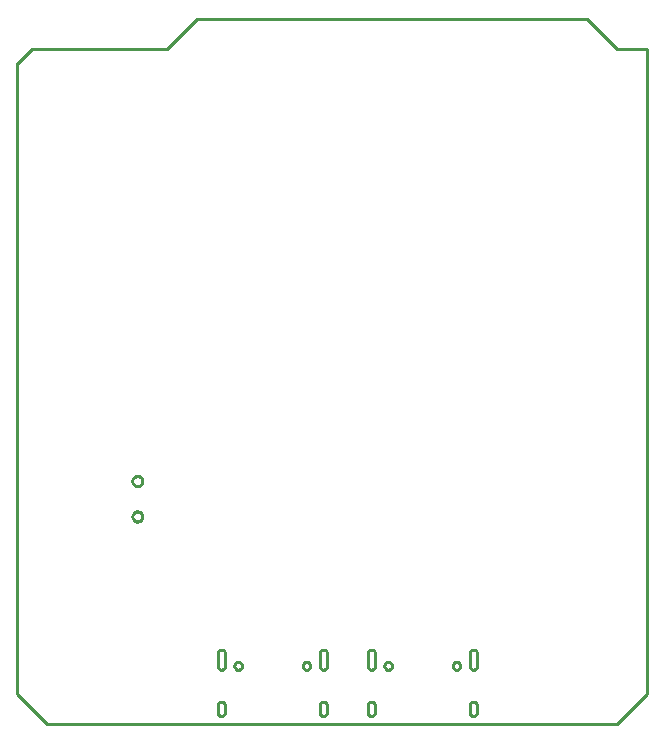
<source format=gko>
G04 EAGLE Gerber RS-274X export*
G75*
%MOMM*%
%FSLAX34Y34*%
%LPD*%
%IN*%
%IPPOS*%
%AMOC8*
5,1,8,0,0,1.08239X$1,22.5*%
G01*
%ADD10C,0.203200*%
%ADD11C,0.000000*%
%ADD12C,0.010000*%
%ADD13C,0.254000*%


D10*
X0Y558800D02*
X0Y25400D01*
X25400Y0D02*
X508000Y0D01*
X533400Y25400D02*
X533400Y571500D01*
X482600Y596900D02*
X152400Y596900D01*
X12700Y571500D02*
X0Y558800D01*
X12700Y571500D02*
X127000Y571500D01*
X152400Y596900D01*
X482600Y596900D02*
X508000Y571500D01*
X533400Y571500D01*
X533400Y25400D02*
X508000Y0D01*
X25400Y0D02*
X0Y25400D01*
D11*
X310750Y49050D02*
X310752Y49163D01*
X310758Y49277D01*
X310768Y49390D01*
X310782Y49502D01*
X310799Y49614D01*
X310821Y49726D01*
X310847Y49836D01*
X310876Y49946D01*
X310909Y50054D01*
X310946Y50162D01*
X310987Y50267D01*
X311031Y50372D01*
X311079Y50475D01*
X311130Y50576D01*
X311185Y50675D01*
X311244Y50772D01*
X311306Y50867D01*
X311371Y50960D01*
X311439Y51051D01*
X311510Y51139D01*
X311585Y51225D01*
X311662Y51308D01*
X311742Y51388D01*
X311825Y51465D01*
X311911Y51540D01*
X311999Y51611D01*
X312090Y51679D01*
X312183Y51744D01*
X312278Y51806D01*
X312375Y51865D01*
X312474Y51920D01*
X312575Y51971D01*
X312678Y52019D01*
X312783Y52063D01*
X312888Y52104D01*
X312996Y52141D01*
X313104Y52174D01*
X313214Y52203D01*
X313324Y52229D01*
X313436Y52251D01*
X313548Y52268D01*
X313660Y52282D01*
X313773Y52292D01*
X313887Y52298D01*
X314000Y52300D01*
X314113Y52298D01*
X314227Y52292D01*
X314340Y52282D01*
X314452Y52268D01*
X314564Y52251D01*
X314676Y52229D01*
X314786Y52203D01*
X314896Y52174D01*
X315004Y52141D01*
X315112Y52104D01*
X315217Y52063D01*
X315322Y52019D01*
X315425Y51971D01*
X315526Y51920D01*
X315625Y51865D01*
X315722Y51806D01*
X315817Y51744D01*
X315910Y51679D01*
X316001Y51611D01*
X316089Y51540D01*
X316175Y51465D01*
X316258Y51388D01*
X316338Y51308D01*
X316415Y51225D01*
X316490Y51139D01*
X316561Y51051D01*
X316629Y50960D01*
X316694Y50867D01*
X316756Y50772D01*
X316815Y50675D01*
X316870Y50576D01*
X316921Y50475D01*
X316969Y50372D01*
X317013Y50267D01*
X317054Y50162D01*
X317091Y50054D01*
X317124Y49946D01*
X317153Y49836D01*
X317179Y49726D01*
X317201Y49614D01*
X317218Y49502D01*
X317232Y49390D01*
X317242Y49277D01*
X317248Y49163D01*
X317250Y49050D01*
X317248Y48937D01*
X317242Y48823D01*
X317232Y48710D01*
X317218Y48598D01*
X317201Y48486D01*
X317179Y48374D01*
X317153Y48264D01*
X317124Y48154D01*
X317091Y48046D01*
X317054Y47938D01*
X317013Y47833D01*
X316969Y47728D01*
X316921Y47625D01*
X316870Y47524D01*
X316815Y47425D01*
X316756Y47328D01*
X316694Y47233D01*
X316629Y47140D01*
X316561Y47049D01*
X316490Y46961D01*
X316415Y46875D01*
X316338Y46792D01*
X316258Y46712D01*
X316175Y46635D01*
X316089Y46560D01*
X316001Y46489D01*
X315910Y46421D01*
X315817Y46356D01*
X315722Y46294D01*
X315625Y46235D01*
X315526Y46180D01*
X315425Y46129D01*
X315322Y46081D01*
X315217Y46037D01*
X315112Y45996D01*
X315004Y45959D01*
X314896Y45926D01*
X314786Y45897D01*
X314676Y45871D01*
X314564Y45849D01*
X314452Y45832D01*
X314340Y45818D01*
X314227Y45808D01*
X314113Y45802D01*
X314000Y45800D01*
X313887Y45802D01*
X313773Y45808D01*
X313660Y45818D01*
X313548Y45832D01*
X313436Y45849D01*
X313324Y45871D01*
X313214Y45897D01*
X313104Y45926D01*
X312996Y45959D01*
X312888Y45996D01*
X312783Y46037D01*
X312678Y46081D01*
X312575Y46129D01*
X312474Y46180D01*
X312375Y46235D01*
X312278Y46294D01*
X312183Y46356D01*
X312090Y46421D01*
X311999Y46489D01*
X311911Y46560D01*
X311825Y46635D01*
X311742Y46712D01*
X311662Y46792D01*
X311585Y46875D01*
X311510Y46961D01*
X311439Y47049D01*
X311371Y47140D01*
X311306Y47233D01*
X311244Y47328D01*
X311185Y47425D01*
X311130Y47524D01*
X311079Y47625D01*
X311031Y47728D01*
X310987Y47833D01*
X310946Y47938D01*
X310909Y48046D01*
X310876Y48154D01*
X310847Y48264D01*
X310821Y48374D01*
X310799Y48486D01*
X310782Y48598D01*
X310768Y48710D01*
X310758Y48823D01*
X310752Y48937D01*
X310750Y49050D01*
X368550Y49050D02*
X368552Y49163D01*
X368558Y49277D01*
X368568Y49390D01*
X368582Y49502D01*
X368599Y49614D01*
X368621Y49726D01*
X368647Y49836D01*
X368676Y49946D01*
X368709Y50054D01*
X368746Y50162D01*
X368787Y50267D01*
X368831Y50372D01*
X368879Y50475D01*
X368930Y50576D01*
X368985Y50675D01*
X369044Y50772D01*
X369106Y50867D01*
X369171Y50960D01*
X369239Y51051D01*
X369310Y51139D01*
X369385Y51225D01*
X369462Y51308D01*
X369542Y51388D01*
X369625Y51465D01*
X369711Y51540D01*
X369799Y51611D01*
X369890Y51679D01*
X369983Y51744D01*
X370078Y51806D01*
X370175Y51865D01*
X370274Y51920D01*
X370375Y51971D01*
X370478Y52019D01*
X370583Y52063D01*
X370688Y52104D01*
X370796Y52141D01*
X370904Y52174D01*
X371014Y52203D01*
X371124Y52229D01*
X371236Y52251D01*
X371348Y52268D01*
X371460Y52282D01*
X371573Y52292D01*
X371687Y52298D01*
X371800Y52300D01*
X371913Y52298D01*
X372027Y52292D01*
X372140Y52282D01*
X372252Y52268D01*
X372364Y52251D01*
X372476Y52229D01*
X372586Y52203D01*
X372696Y52174D01*
X372804Y52141D01*
X372912Y52104D01*
X373017Y52063D01*
X373122Y52019D01*
X373225Y51971D01*
X373326Y51920D01*
X373425Y51865D01*
X373522Y51806D01*
X373617Y51744D01*
X373710Y51679D01*
X373801Y51611D01*
X373889Y51540D01*
X373975Y51465D01*
X374058Y51388D01*
X374138Y51308D01*
X374215Y51225D01*
X374290Y51139D01*
X374361Y51051D01*
X374429Y50960D01*
X374494Y50867D01*
X374556Y50772D01*
X374615Y50675D01*
X374670Y50576D01*
X374721Y50475D01*
X374769Y50372D01*
X374813Y50267D01*
X374854Y50162D01*
X374891Y50054D01*
X374924Y49946D01*
X374953Y49836D01*
X374979Y49726D01*
X375001Y49614D01*
X375018Y49502D01*
X375032Y49390D01*
X375042Y49277D01*
X375048Y49163D01*
X375050Y49050D01*
X375048Y48937D01*
X375042Y48823D01*
X375032Y48710D01*
X375018Y48598D01*
X375001Y48486D01*
X374979Y48374D01*
X374953Y48264D01*
X374924Y48154D01*
X374891Y48046D01*
X374854Y47938D01*
X374813Y47833D01*
X374769Y47728D01*
X374721Y47625D01*
X374670Y47524D01*
X374615Y47425D01*
X374556Y47328D01*
X374494Y47233D01*
X374429Y47140D01*
X374361Y47049D01*
X374290Y46961D01*
X374215Y46875D01*
X374138Y46792D01*
X374058Y46712D01*
X373975Y46635D01*
X373889Y46560D01*
X373801Y46489D01*
X373710Y46421D01*
X373617Y46356D01*
X373522Y46294D01*
X373425Y46235D01*
X373326Y46180D01*
X373225Y46129D01*
X373122Y46081D01*
X373017Y46037D01*
X372912Y45996D01*
X372804Y45959D01*
X372696Y45926D01*
X372586Y45897D01*
X372476Y45871D01*
X372364Y45849D01*
X372252Y45832D01*
X372140Y45818D01*
X372027Y45808D01*
X371913Y45802D01*
X371800Y45800D01*
X371687Y45802D01*
X371573Y45808D01*
X371460Y45818D01*
X371348Y45832D01*
X371236Y45849D01*
X371124Y45871D01*
X371014Y45897D01*
X370904Y45926D01*
X370796Y45959D01*
X370688Y45996D01*
X370583Y46037D01*
X370478Y46081D01*
X370375Y46129D01*
X370274Y46180D01*
X370175Y46235D01*
X370078Y46294D01*
X369983Y46356D01*
X369890Y46421D01*
X369799Y46489D01*
X369711Y46560D01*
X369625Y46635D01*
X369542Y46712D01*
X369462Y46792D01*
X369385Y46875D01*
X369310Y46961D01*
X369239Y47049D01*
X369171Y47140D01*
X369106Y47233D01*
X369044Y47328D01*
X368985Y47425D01*
X368930Y47524D01*
X368879Y47625D01*
X368831Y47728D01*
X368787Y47833D01*
X368746Y47938D01*
X368709Y48046D01*
X368676Y48154D01*
X368647Y48264D01*
X368621Y48374D01*
X368599Y48486D01*
X368582Y48598D01*
X368568Y48710D01*
X368558Y48823D01*
X368552Y48937D01*
X368550Y49050D01*
D12*
X296700Y15700D02*
X296700Y9500D01*
X302700Y9500D02*
X302700Y15700D01*
X302698Y15808D01*
X302692Y15916D01*
X302682Y16024D01*
X302669Y16132D01*
X302651Y16239D01*
X302630Y16345D01*
X302605Y16450D01*
X302576Y16555D01*
X302543Y16658D01*
X302507Y16760D01*
X302466Y16861D01*
X302423Y16960D01*
X302375Y17057D01*
X302325Y17153D01*
X302271Y17247D01*
X302213Y17338D01*
X302152Y17428D01*
X302088Y17516D01*
X302021Y17601D01*
X301951Y17683D01*
X301878Y17763D01*
X301802Y17840D01*
X301723Y17915D01*
X301642Y17986D01*
X301558Y18055D01*
X301472Y18121D01*
X301384Y18183D01*
X301293Y18242D01*
X301200Y18298D01*
X301105Y18351D01*
X301009Y18400D01*
X300910Y18445D01*
X300810Y18487D01*
X300709Y18525D01*
X300606Y18560D01*
X300503Y18591D01*
X300398Y18618D01*
X300292Y18641D01*
X300185Y18660D01*
X300078Y18676D01*
X299970Y18688D01*
X299862Y18696D01*
X299754Y18700D01*
X299646Y18700D01*
X299538Y18696D01*
X299430Y18688D01*
X299322Y18676D01*
X299215Y18660D01*
X299108Y18641D01*
X299002Y18618D01*
X298897Y18591D01*
X298794Y18560D01*
X298691Y18525D01*
X298590Y18487D01*
X298490Y18445D01*
X298391Y18400D01*
X298295Y18351D01*
X298200Y18298D01*
X298107Y18242D01*
X298016Y18183D01*
X297928Y18121D01*
X297842Y18055D01*
X297758Y17986D01*
X297677Y17915D01*
X297598Y17840D01*
X297522Y17763D01*
X297449Y17683D01*
X297379Y17601D01*
X297312Y17516D01*
X297248Y17428D01*
X297187Y17338D01*
X297129Y17247D01*
X297075Y17153D01*
X297025Y17057D01*
X296977Y16960D01*
X296934Y16861D01*
X296893Y16760D01*
X296857Y16658D01*
X296824Y16555D01*
X296795Y16450D01*
X296770Y16345D01*
X296749Y16239D01*
X296731Y16132D01*
X296718Y16024D01*
X296708Y15916D01*
X296702Y15808D01*
X296700Y15700D01*
X296700Y9500D02*
X296702Y9392D01*
X296708Y9284D01*
X296718Y9176D01*
X296731Y9068D01*
X296749Y8961D01*
X296770Y8855D01*
X296795Y8750D01*
X296824Y8645D01*
X296857Y8542D01*
X296893Y8440D01*
X296934Y8339D01*
X296977Y8240D01*
X297025Y8143D01*
X297075Y8047D01*
X297129Y7953D01*
X297187Y7862D01*
X297248Y7772D01*
X297312Y7684D01*
X297379Y7599D01*
X297449Y7517D01*
X297522Y7437D01*
X297598Y7360D01*
X297677Y7285D01*
X297758Y7214D01*
X297842Y7145D01*
X297928Y7079D01*
X298016Y7017D01*
X298107Y6958D01*
X298200Y6902D01*
X298295Y6849D01*
X298391Y6800D01*
X298490Y6755D01*
X298590Y6713D01*
X298691Y6675D01*
X298794Y6640D01*
X298897Y6609D01*
X299002Y6582D01*
X299108Y6559D01*
X299215Y6540D01*
X299322Y6524D01*
X299430Y6512D01*
X299538Y6504D01*
X299646Y6500D01*
X299754Y6500D01*
X299862Y6504D01*
X299970Y6512D01*
X300078Y6524D01*
X300185Y6540D01*
X300292Y6559D01*
X300398Y6582D01*
X300503Y6609D01*
X300606Y6640D01*
X300709Y6675D01*
X300810Y6713D01*
X300910Y6755D01*
X301009Y6800D01*
X301105Y6849D01*
X301200Y6902D01*
X301293Y6958D01*
X301384Y7017D01*
X301472Y7079D01*
X301558Y7145D01*
X301642Y7214D01*
X301723Y7285D01*
X301802Y7360D01*
X301878Y7437D01*
X301951Y7517D01*
X302021Y7599D01*
X302088Y7684D01*
X302152Y7772D01*
X302213Y7862D01*
X302271Y7953D01*
X302325Y8047D01*
X302375Y8143D01*
X302423Y8240D01*
X302466Y8339D01*
X302507Y8440D01*
X302543Y8542D01*
X302576Y8645D01*
X302605Y8750D01*
X302630Y8855D01*
X302651Y8961D01*
X302669Y9068D01*
X302682Y9176D01*
X302692Y9284D01*
X302698Y9392D01*
X302700Y9500D01*
X296700Y48850D02*
X296700Y59850D01*
X302700Y59850D02*
X302700Y48850D01*
X302698Y48742D01*
X302692Y48634D01*
X302682Y48526D01*
X302669Y48418D01*
X302651Y48311D01*
X302630Y48205D01*
X302605Y48100D01*
X302576Y47995D01*
X302543Y47892D01*
X302507Y47790D01*
X302466Y47689D01*
X302423Y47590D01*
X302375Y47493D01*
X302325Y47397D01*
X302271Y47303D01*
X302213Y47212D01*
X302152Y47122D01*
X302088Y47034D01*
X302021Y46949D01*
X301951Y46867D01*
X301878Y46787D01*
X301802Y46710D01*
X301723Y46635D01*
X301642Y46564D01*
X301558Y46495D01*
X301472Y46429D01*
X301384Y46367D01*
X301293Y46308D01*
X301200Y46252D01*
X301105Y46199D01*
X301009Y46150D01*
X300910Y46105D01*
X300810Y46063D01*
X300709Y46025D01*
X300606Y45990D01*
X300503Y45959D01*
X300398Y45932D01*
X300292Y45909D01*
X300185Y45890D01*
X300078Y45874D01*
X299970Y45862D01*
X299862Y45854D01*
X299754Y45850D01*
X299646Y45850D01*
X299538Y45854D01*
X299430Y45862D01*
X299322Y45874D01*
X299215Y45890D01*
X299108Y45909D01*
X299002Y45932D01*
X298897Y45959D01*
X298794Y45990D01*
X298691Y46025D01*
X298590Y46063D01*
X298490Y46105D01*
X298391Y46150D01*
X298295Y46199D01*
X298200Y46252D01*
X298107Y46308D01*
X298016Y46367D01*
X297928Y46429D01*
X297842Y46495D01*
X297758Y46564D01*
X297677Y46635D01*
X297598Y46710D01*
X297522Y46787D01*
X297449Y46867D01*
X297379Y46949D01*
X297312Y47034D01*
X297248Y47122D01*
X297187Y47212D01*
X297129Y47303D01*
X297075Y47397D01*
X297025Y47493D01*
X296977Y47590D01*
X296934Y47689D01*
X296893Y47790D01*
X296857Y47892D01*
X296824Y47995D01*
X296795Y48100D01*
X296770Y48205D01*
X296749Y48311D01*
X296731Y48418D01*
X296718Y48526D01*
X296708Y48634D01*
X296702Y48742D01*
X296700Y48850D01*
X296700Y59850D02*
X296702Y59958D01*
X296708Y60066D01*
X296718Y60174D01*
X296731Y60282D01*
X296749Y60389D01*
X296770Y60495D01*
X296795Y60600D01*
X296824Y60705D01*
X296857Y60808D01*
X296893Y60910D01*
X296934Y61011D01*
X296977Y61110D01*
X297025Y61207D01*
X297075Y61303D01*
X297129Y61397D01*
X297187Y61488D01*
X297248Y61578D01*
X297312Y61666D01*
X297379Y61751D01*
X297449Y61833D01*
X297522Y61913D01*
X297598Y61990D01*
X297677Y62065D01*
X297758Y62136D01*
X297842Y62205D01*
X297928Y62271D01*
X298016Y62333D01*
X298107Y62392D01*
X298200Y62448D01*
X298295Y62501D01*
X298391Y62550D01*
X298490Y62595D01*
X298590Y62637D01*
X298691Y62675D01*
X298794Y62710D01*
X298897Y62741D01*
X299002Y62768D01*
X299108Y62791D01*
X299215Y62810D01*
X299322Y62826D01*
X299430Y62838D01*
X299538Y62846D01*
X299646Y62850D01*
X299754Y62850D01*
X299862Y62846D01*
X299970Y62838D01*
X300078Y62826D01*
X300185Y62810D01*
X300292Y62791D01*
X300398Y62768D01*
X300503Y62741D01*
X300606Y62710D01*
X300709Y62675D01*
X300810Y62637D01*
X300910Y62595D01*
X301009Y62550D01*
X301105Y62501D01*
X301200Y62448D01*
X301293Y62392D01*
X301384Y62333D01*
X301472Y62271D01*
X301558Y62205D01*
X301642Y62136D01*
X301723Y62065D01*
X301802Y61990D01*
X301878Y61913D01*
X301951Y61833D01*
X302021Y61751D01*
X302088Y61666D01*
X302152Y61578D01*
X302213Y61488D01*
X302271Y61397D01*
X302325Y61303D01*
X302375Y61207D01*
X302423Y61110D01*
X302466Y61011D01*
X302507Y60910D01*
X302543Y60808D01*
X302576Y60705D01*
X302605Y60600D01*
X302630Y60495D01*
X302651Y60389D01*
X302669Y60282D01*
X302682Y60174D01*
X302692Y60066D01*
X302698Y59958D01*
X302700Y59850D01*
X383100Y15700D02*
X383100Y9500D01*
X389100Y9500D02*
X389100Y15700D01*
X389098Y15808D01*
X389092Y15916D01*
X389082Y16024D01*
X389069Y16132D01*
X389051Y16239D01*
X389030Y16345D01*
X389005Y16450D01*
X388976Y16555D01*
X388943Y16658D01*
X388907Y16760D01*
X388866Y16861D01*
X388823Y16960D01*
X388775Y17057D01*
X388725Y17153D01*
X388671Y17247D01*
X388613Y17338D01*
X388552Y17428D01*
X388488Y17516D01*
X388421Y17601D01*
X388351Y17683D01*
X388278Y17763D01*
X388202Y17840D01*
X388123Y17915D01*
X388042Y17986D01*
X387958Y18055D01*
X387872Y18121D01*
X387784Y18183D01*
X387693Y18242D01*
X387600Y18298D01*
X387505Y18351D01*
X387409Y18400D01*
X387310Y18445D01*
X387210Y18487D01*
X387109Y18525D01*
X387006Y18560D01*
X386903Y18591D01*
X386798Y18618D01*
X386692Y18641D01*
X386585Y18660D01*
X386478Y18676D01*
X386370Y18688D01*
X386262Y18696D01*
X386154Y18700D01*
X386046Y18700D01*
X385938Y18696D01*
X385830Y18688D01*
X385722Y18676D01*
X385615Y18660D01*
X385508Y18641D01*
X385402Y18618D01*
X385297Y18591D01*
X385194Y18560D01*
X385091Y18525D01*
X384990Y18487D01*
X384890Y18445D01*
X384791Y18400D01*
X384695Y18351D01*
X384600Y18298D01*
X384507Y18242D01*
X384416Y18183D01*
X384328Y18121D01*
X384242Y18055D01*
X384158Y17986D01*
X384077Y17915D01*
X383998Y17840D01*
X383922Y17763D01*
X383849Y17683D01*
X383779Y17601D01*
X383712Y17516D01*
X383648Y17428D01*
X383587Y17338D01*
X383529Y17247D01*
X383475Y17153D01*
X383425Y17057D01*
X383377Y16960D01*
X383334Y16861D01*
X383293Y16760D01*
X383257Y16658D01*
X383224Y16555D01*
X383195Y16450D01*
X383170Y16345D01*
X383149Y16239D01*
X383131Y16132D01*
X383118Y16024D01*
X383108Y15916D01*
X383102Y15808D01*
X383100Y15700D01*
X383100Y9500D02*
X383102Y9392D01*
X383108Y9284D01*
X383118Y9176D01*
X383131Y9068D01*
X383149Y8961D01*
X383170Y8855D01*
X383195Y8750D01*
X383224Y8645D01*
X383257Y8542D01*
X383293Y8440D01*
X383334Y8339D01*
X383377Y8240D01*
X383425Y8143D01*
X383475Y8047D01*
X383529Y7953D01*
X383587Y7862D01*
X383648Y7772D01*
X383712Y7684D01*
X383779Y7599D01*
X383849Y7517D01*
X383922Y7437D01*
X383998Y7360D01*
X384077Y7285D01*
X384158Y7214D01*
X384242Y7145D01*
X384328Y7079D01*
X384416Y7017D01*
X384507Y6958D01*
X384600Y6902D01*
X384695Y6849D01*
X384791Y6800D01*
X384890Y6755D01*
X384990Y6713D01*
X385091Y6675D01*
X385194Y6640D01*
X385297Y6609D01*
X385402Y6582D01*
X385508Y6559D01*
X385615Y6540D01*
X385722Y6524D01*
X385830Y6512D01*
X385938Y6504D01*
X386046Y6500D01*
X386154Y6500D01*
X386262Y6504D01*
X386370Y6512D01*
X386478Y6524D01*
X386585Y6540D01*
X386692Y6559D01*
X386798Y6582D01*
X386903Y6609D01*
X387006Y6640D01*
X387109Y6675D01*
X387210Y6713D01*
X387310Y6755D01*
X387409Y6800D01*
X387505Y6849D01*
X387600Y6902D01*
X387693Y6958D01*
X387784Y7017D01*
X387872Y7079D01*
X387958Y7145D01*
X388042Y7214D01*
X388123Y7285D01*
X388202Y7360D01*
X388278Y7437D01*
X388351Y7517D01*
X388421Y7599D01*
X388488Y7684D01*
X388552Y7772D01*
X388613Y7862D01*
X388671Y7953D01*
X388725Y8047D01*
X388775Y8143D01*
X388823Y8240D01*
X388866Y8339D01*
X388907Y8440D01*
X388943Y8542D01*
X388976Y8645D01*
X389005Y8750D01*
X389030Y8855D01*
X389051Y8961D01*
X389069Y9068D01*
X389082Y9176D01*
X389092Y9284D01*
X389098Y9392D01*
X389100Y9500D01*
X383100Y48850D02*
X383100Y59850D01*
X389100Y59850D02*
X389100Y48850D01*
X389098Y48742D01*
X389092Y48634D01*
X389082Y48526D01*
X389069Y48418D01*
X389051Y48311D01*
X389030Y48205D01*
X389005Y48100D01*
X388976Y47995D01*
X388943Y47892D01*
X388907Y47790D01*
X388866Y47689D01*
X388823Y47590D01*
X388775Y47493D01*
X388725Y47397D01*
X388671Y47303D01*
X388613Y47212D01*
X388552Y47122D01*
X388488Y47034D01*
X388421Y46949D01*
X388351Y46867D01*
X388278Y46787D01*
X388202Y46710D01*
X388123Y46635D01*
X388042Y46564D01*
X387958Y46495D01*
X387872Y46429D01*
X387784Y46367D01*
X387693Y46308D01*
X387600Y46252D01*
X387505Y46199D01*
X387409Y46150D01*
X387310Y46105D01*
X387210Y46063D01*
X387109Y46025D01*
X387006Y45990D01*
X386903Y45959D01*
X386798Y45932D01*
X386692Y45909D01*
X386585Y45890D01*
X386478Y45874D01*
X386370Y45862D01*
X386262Y45854D01*
X386154Y45850D01*
X386046Y45850D01*
X385938Y45854D01*
X385830Y45862D01*
X385722Y45874D01*
X385615Y45890D01*
X385508Y45909D01*
X385402Y45932D01*
X385297Y45959D01*
X385194Y45990D01*
X385091Y46025D01*
X384990Y46063D01*
X384890Y46105D01*
X384791Y46150D01*
X384695Y46199D01*
X384600Y46252D01*
X384507Y46308D01*
X384416Y46367D01*
X384328Y46429D01*
X384242Y46495D01*
X384158Y46564D01*
X384077Y46635D01*
X383998Y46710D01*
X383922Y46787D01*
X383849Y46867D01*
X383779Y46949D01*
X383712Y47034D01*
X383648Y47122D01*
X383587Y47212D01*
X383529Y47303D01*
X383475Y47397D01*
X383425Y47493D01*
X383377Y47590D01*
X383334Y47689D01*
X383293Y47790D01*
X383257Y47892D01*
X383224Y47995D01*
X383195Y48100D01*
X383170Y48205D01*
X383149Y48311D01*
X383131Y48418D01*
X383118Y48526D01*
X383108Y48634D01*
X383102Y48742D01*
X383100Y48850D01*
X383100Y59850D02*
X383102Y59958D01*
X383108Y60066D01*
X383118Y60174D01*
X383131Y60282D01*
X383149Y60389D01*
X383170Y60495D01*
X383195Y60600D01*
X383224Y60705D01*
X383257Y60808D01*
X383293Y60910D01*
X383334Y61011D01*
X383377Y61110D01*
X383425Y61207D01*
X383475Y61303D01*
X383529Y61397D01*
X383587Y61488D01*
X383648Y61578D01*
X383712Y61666D01*
X383779Y61751D01*
X383849Y61833D01*
X383922Y61913D01*
X383998Y61990D01*
X384077Y62065D01*
X384158Y62136D01*
X384242Y62205D01*
X384328Y62271D01*
X384416Y62333D01*
X384507Y62392D01*
X384600Y62448D01*
X384695Y62501D01*
X384791Y62550D01*
X384890Y62595D01*
X384990Y62637D01*
X385091Y62675D01*
X385194Y62710D01*
X385297Y62741D01*
X385402Y62768D01*
X385508Y62791D01*
X385615Y62810D01*
X385722Y62826D01*
X385830Y62838D01*
X385938Y62846D01*
X386046Y62850D01*
X386154Y62850D01*
X386262Y62846D01*
X386370Y62838D01*
X386478Y62826D01*
X386585Y62810D01*
X386692Y62791D01*
X386798Y62768D01*
X386903Y62741D01*
X387006Y62710D01*
X387109Y62675D01*
X387210Y62637D01*
X387310Y62595D01*
X387409Y62550D01*
X387505Y62501D01*
X387600Y62448D01*
X387693Y62392D01*
X387784Y62333D01*
X387872Y62271D01*
X387958Y62205D01*
X388042Y62136D01*
X388123Y62065D01*
X388202Y61990D01*
X388278Y61913D01*
X388351Y61833D01*
X388421Y61751D01*
X388488Y61666D01*
X388552Y61578D01*
X388613Y61488D01*
X388671Y61397D01*
X388725Y61303D01*
X388775Y61207D01*
X388823Y61110D01*
X388866Y61011D01*
X388907Y60910D01*
X388943Y60808D01*
X388976Y60705D01*
X389005Y60600D01*
X389030Y60495D01*
X389051Y60389D01*
X389069Y60282D01*
X389082Y60174D01*
X389092Y60066D01*
X389098Y59958D01*
X389100Y59850D01*
D11*
X97350Y175500D02*
X97352Y175630D01*
X97358Y175760D01*
X97368Y175890D01*
X97382Y176020D01*
X97400Y176149D01*
X97422Y176277D01*
X97447Y176405D01*
X97477Y176532D01*
X97511Y176658D01*
X97548Y176782D01*
X97589Y176906D01*
X97634Y177028D01*
X97683Y177149D01*
X97735Y177268D01*
X97791Y177386D01*
X97851Y177502D01*
X97914Y177616D01*
X97981Y177728D01*
X98051Y177837D01*
X98124Y177945D01*
X98200Y178050D01*
X98280Y178153D01*
X98363Y178254D01*
X98449Y178352D01*
X98538Y178447D01*
X98630Y178540D01*
X98724Y178629D01*
X98821Y178716D01*
X98921Y178799D01*
X99024Y178880D01*
X99128Y178957D01*
X99235Y179031D01*
X99345Y179102D01*
X99456Y179170D01*
X99570Y179234D01*
X99685Y179294D01*
X99802Y179351D01*
X99921Y179404D01*
X100042Y179454D01*
X100163Y179500D01*
X100287Y179542D01*
X100411Y179580D01*
X100537Y179615D01*
X100663Y179646D01*
X100791Y179672D01*
X100919Y179695D01*
X101048Y179714D01*
X101177Y179729D01*
X101307Y179740D01*
X101437Y179747D01*
X101567Y179750D01*
X101698Y179749D01*
X101828Y179744D01*
X101958Y179735D01*
X102087Y179722D01*
X102217Y179705D01*
X102345Y179684D01*
X102473Y179659D01*
X102600Y179631D01*
X102726Y179598D01*
X102851Y179562D01*
X102975Y179521D01*
X103098Y179477D01*
X103219Y179430D01*
X103339Y179378D01*
X103457Y179323D01*
X103573Y179264D01*
X103687Y179202D01*
X103800Y179136D01*
X103910Y179067D01*
X104018Y178995D01*
X104124Y178919D01*
X104228Y178840D01*
X104329Y178758D01*
X104428Y178673D01*
X104524Y178585D01*
X104617Y178494D01*
X104707Y178400D01*
X104794Y178303D01*
X104879Y178204D01*
X104960Y178102D01*
X105038Y177998D01*
X105113Y177892D01*
X105185Y177783D01*
X105253Y177672D01*
X105318Y177559D01*
X105379Y177444D01*
X105437Y177327D01*
X105491Y177209D01*
X105542Y177089D01*
X105589Y176967D01*
X105632Y176844D01*
X105671Y176720D01*
X105707Y176595D01*
X105738Y176468D01*
X105766Y176341D01*
X105790Y176213D01*
X105810Y176084D01*
X105826Y175955D01*
X105838Y175825D01*
X105846Y175695D01*
X105850Y175565D01*
X105850Y175435D01*
X105846Y175305D01*
X105838Y175175D01*
X105826Y175045D01*
X105810Y174916D01*
X105790Y174787D01*
X105766Y174659D01*
X105738Y174532D01*
X105707Y174405D01*
X105671Y174280D01*
X105632Y174156D01*
X105589Y174033D01*
X105542Y173911D01*
X105491Y173791D01*
X105437Y173673D01*
X105379Y173556D01*
X105318Y173441D01*
X105253Y173328D01*
X105185Y173217D01*
X105113Y173108D01*
X105038Y173002D01*
X104960Y172898D01*
X104879Y172796D01*
X104794Y172697D01*
X104707Y172600D01*
X104617Y172506D01*
X104524Y172415D01*
X104428Y172327D01*
X104329Y172242D01*
X104228Y172160D01*
X104124Y172081D01*
X104018Y172005D01*
X103910Y171933D01*
X103800Y171864D01*
X103687Y171798D01*
X103573Y171736D01*
X103457Y171677D01*
X103339Y171622D01*
X103219Y171570D01*
X103098Y171523D01*
X102975Y171479D01*
X102851Y171438D01*
X102726Y171402D01*
X102600Y171369D01*
X102473Y171341D01*
X102345Y171316D01*
X102217Y171295D01*
X102087Y171278D01*
X101958Y171265D01*
X101828Y171256D01*
X101698Y171251D01*
X101567Y171250D01*
X101437Y171253D01*
X101307Y171260D01*
X101177Y171271D01*
X101048Y171286D01*
X100919Y171305D01*
X100791Y171328D01*
X100663Y171354D01*
X100537Y171385D01*
X100411Y171420D01*
X100287Y171458D01*
X100163Y171500D01*
X100042Y171546D01*
X99921Y171596D01*
X99802Y171649D01*
X99685Y171706D01*
X99570Y171766D01*
X99456Y171830D01*
X99345Y171898D01*
X99235Y171969D01*
X99128Y172043D01*
X99024Y172120D01*
X98921Y172201D01*
X98821Y172284D01*
X98724Y172371D01*
X98630Y172460D01*
X98538Y172553D01*
X98449Y172648D01*
X98363Y172746D01*
X98280Y172847D01*
X98200Y172950D01*
X98124Y173055D01*
X98051Y173163D01*
X97981Y173272D01*
X97914Y173384D01*
X97851Y173498D01*
X97791Y173614D01*
X97735Y173732D01*
X97683Y173851D01*
X97634Y173972D01*
X97589Y174094D01*
X97548Y174218D01*
X97511Y174342D01*
X97477Y174468D01*
X97447Y174595D01*
X97422Y174723D01*
X97400Y174851D01*
X97382Y174980D01*
X97368Y175110D01*
X97358Y175240D01*
X97352Y175370D01*
X97350Y175500D01*
X97350Y205500D02*
X97352Y205630D01*
X97358Y205760D01*
X97368Y205890D01*
X97382Y206020D01*
X97400Y206149D01*
X97422Y206277D01*
X97447Y206405D01*
X97477Y206532D01*
X97511Y206658D01*
X97548Y206782D01*
X97589Y206906D01*
X97634Y207028D01*
X97683Y207149D01*
X97735Y207268D01*
X97791Y207386D01*
X97851Y207502D01*
X97914Y207616D01*
X97981Y207728D01*
X98051Y207837D01*
X98124Y207945D01*
X98200Y208050D01*
X98280Y208153D01*
X98363Y208254D01*
X98449Y208352D01*
X98538Y208447D01*
X98630Y208540D01*
X98724Y208629D01*
X98821Y208716D01*
X98921Y208799D01*
X99024Y208880D01*
X99128Y208957D01*
X99235Y209031D01*
X99345Y209102D01*
X99456Y209170D01*
X99570Y209234D01*
X99685Y209294D01*
X99802Y209351D01*
X99921Y209404D01*
X100042Y209454D01*
X100163Y209500D01*
X100287Y209542D01*
X100411Y209580D01*
X100537Y209615D01*
X100663Y209646D01*
X100791Y209672D01*
X100919Y209695D01*
X101048Y209714D01*
X101177Y209729D01*
X101307Y209740D01*
X101437Y209747D01*
X101567Y209750D01*
X101698Y209749D01*
X101828Y209744D01*
X101958Y209735D01*
X102087Y209722D01*
X102217Y209705D01*
X102345Y209684D01*
X102473Y209659D01*
X102600Y209631D01*
X102726Y209598D01*
X102851Y209562D01*
X102975Y209521D01*
X103098Y209477D01*
X103219Y209430D01*
X103339Y209378D01*
X103457Y209323D01*
X103573Y209264D01*
X103687Y209202D01*
X103800Y209136D01*
X103910Y209067D01*
X104018Y208995D01*
X104124Y208919D01*
X104228Y208840D01*
X104329Y208758D01*
X104428Y208673D01*
X104524Y208585D01*
X104617Y208494D01*
X104707Y208400D01*
X104794Y208303D01*
X104879Y208204D01*
X104960Y208102D01*
X105038Y207998D01*
X105113Y207892D01*
X105185Y207783D01*
X105253Y207672D01*
X105318Y207559D01*
X105379Y207444D01*
X105437Y207327D01*
X105491Y207209D01*
X105542Y207089D01*
X105589Y206967D01*
X105632Y206844D01*
X105671Y206720D01*
X105707Y206595D01*
X105738Y206468D01*
X105766Y206341D01*
X105790Y206213D01*
X105810Y206084D01*
X105826Y205955D01*
X105838Y205825D01*
X105846Y205695D01*
X105850Y205565D01*
X105850Y205435D01*
X105846Y205305D01*
X105838Y205175D01*
X105826Y205045D01*
X105810Y204916D01*
X105790Y204787D01*
X105766Y204659D01*
X105738Y204532D01*
X105707Y204405D01*
X105671Y204280D01*
X105632Y204156D01*
X105589Y204033D01*
X105542Y203911D01*
X105491Y203791D01*
X105437Y203673D01*
X105379Y203556D01*
X105318Y203441D01*
X105253Y203328D01*
X105185Y203217D01*
X105113Y203108D01*
X105038Y203002D01*
X104960Y202898D01*
X104879Y202796D01*
X104794Y202697D01*
X104707Y202600D01*
X104617Y202506D01*
X104524Y202415D01*
X104428Y202327D01*
X104329Y202242D01*
X104228Y202160D01*
X104124Y202081D01*
X104018Y202005D01*
X103910Y201933D01*
X103800Y201864D01*
X103687Y201798D01*
X103573Y201736D01*
X103457Y201677D01*
X103339Y201622D01*
X103219Y201570D01*
X103098Y201523D01*
X102975Y201479D01*
X102851Y201438D01*
X102726Y201402D01*
X102600Y201369D01*
X102473Y201341D01*
X102345Y201316D01*
X102217Y201295D01*
X102087Y201278D01*
X101958Y201265D01*
X101828Y201256D01*
X101698Y201251D01*
X101567Y201250D01*
X101437Y201253D01*
X101307Y201260D01*
X101177Y201271D01*
X101048Y201286D01*
X100919Y201305D01*
X100791Y201328D01*
X100663Y201354D01*
X100537Y201385D01*
X100411Y201420D01*
X100287Y201458D01*
X100163Y201500D01*
X100042Y201546D01*
X99921Y201596D01*
X99802Y201649D01*
X99685Y201706D01*
X99570Y201766D01*
X99456Y201830D01*
X99345Y201898D01*
X99235Y201969D01*
X99128Y202043D01*
X99024Y202120D01*
X98921Y202201D01*
X98821Y202284D01*
X98724Y202371D01*
X98630Y202460D01*
X98538Y202553D01*
X98449Y202648D01*
X98363Y202746D01*
X98280Y202847D01*
X98200Y202950D01*
X98124Y203055D01*
X98051Y203163D01*
X97981Y203272D01*
X97914Y203384D01*
X97851Y203498D01*
X97791Y203614D01*
X97735Y203732D01*
X97683Y203851D01*
X97634Y203972D01*
X97589Y204094D01*
X97548Y204218D01*
X97511Y204342D01*
X97477Y204468D01*
X97447Y204595D01*
X97422Y204723D01*
X97400Y204851D01*
X97382Y204980D01*
X97368Y205110D01*
X97358Y205240D01*
X97352Y205370D01*
X97350Y205500D01*
X183750Y49050D02*
X183752Y49163D01*
X183758Y49277D01*
X183768Y49390D01*
X183782Y49502D01*
X183799Y49614D01*
X183821Y49726D01*
X183847Y49836D01*
X183876Y49946D01*
X183909Y50054D01*
X183946Y50162D01*
X183987Y50267D01*
X184031Y50372D01*
X184079Y50475D01*
X184130Y50576D01*
X184185Y50675D01*
X184244Y50772D01*
X184306Y50867D01*
X184371Y50960D01*
X184439Y51051D01*
X184510Y51139D01*
X184585Y51225D01*
X184662Y51308D01*
X184742Y51388D01*
X184825Y51465D01*
X184911Y51540D01*
X184999Y51611D01*
X185090Y51679D01*
X185183Y51744D01*
X185278Y51806D01*
X185375Y51865D01*
X185474Y51920D01*
X185575Y51971D01*
X185678Y52019D01*
X185783Y52063D01*
X185888Y52104D01*
X185996Y52141D01*
X186104Y52174D01*
X186214Y52203D01*
X186324Y52229D01*
X186436Y52251D01*
X186548Y52268D01*
X186660Y52282D01*
X186773Y52292D01*
X186887Y52298D01*
X187000Y52300D01*
X187113Y52298D01*
X187227Y52292D01*
X187340Y52282D01*
X187452Y52268D01*
X187564Y52251D01*
X187676Y52229D01*
X187786Y52203D01*
X187896Y52174D01*
X188004Y52141D01*
X188112Y52104D01*
X188217Y52063D01*
X188322Y52019D01*
X188425Y51971D01*
X188526Y51920D01*
X188625Y51865D01*
X188722Y51806D01*
X188817Y51744D01*
X188910Y51679D01*
X189001Y51611D01*
X189089Y51540D01*
X189175Y51465D01*
X189258Y51388D01*
X189338Y51308D01*
X189415Y51225D01*
X189490Y51139D01*
X189561Y51051D01*
X189629Y50960D01*
X189694Y50867D01*
X189756Y50772D01*
X189815Y50675D01*
X189870Y50576D01*
X189921Y50475D01*
X189969Y50372D01*
X190013Y50267D01*
X190054Y50162D01*
X190091Y50054D01*
X190124Y49946D01*
X190153Y49836D01*
X190179Y49726D01*
X190201Y49614D01*
X190218Y49502D01*
X190232Y49390D01*
X190242Y49277D01*
X190248Y49163D01*
X190250Y49050D01*
X190248Y48937D01*
X190242Y48823D01*
X190232Y48710D01*
X190218Y48598D01*
X190201Y48486D01*
X190179Y48374D01*
X190153Y48264D01*
X190124Y48154D01*
X190091Y48046D01*
X190054Y47938D01*
X190013Y47833D01*
X189969Y47728D01*
X189921Y47625D01*
X189870Y47524D01*
X189815Y47425D01*
X189756Y47328D01*
X189694Y47233D01*
X189629Y47140D01*
X189561Y47049D01*
X189490Y46961D01*
X189415Y46875D01*
X189338Y46792D01*
X189258Y46712D01*
X189175Y46635D01*
X189089Y46560D01*
X189001Y46489D01*
X188910Y46421D01*
X188817Y46356D01*
X188722Y46294D01*
X188625Y46235D01*
X188526Y46180D01*
X188425Y46129D01*
X188322Y46081D01*
X188217Y46037D01*
X188112Y45996D01*
X188004Y45959D01*
X187896Y45926D01*
X187786Y45897D01*
X187676Y45871D01*
X187564Y45849D01*
X187452Y45832D01*
X187340Y45818D01*
X187227Y45808D01*
X187113Y45802D01*
X187000Y45800D01*
X186887Y45802D01*
X186773Y45808D01*
X186660Y45818D01*
X186548Y45832D01*
X186436Y45849D01*
X186324Y45871D01*
X186214Y45897D01*
X186104Y45926D01*
X185996Y45959D01*
X185888Y45996D01*
X185783Y46037D01*
X185678Y46081D01*
X185575Y46129D01*
X185474Y46180D01*
X185375Y46235D01*
X185278Y46294D01*
X185183Y46356D01*
X185090Y46421D01*
X184999Y46489D01*
X184911Y46560D01*
X184825Y46635D01*
X184742Y46712D01*
X184662Y46792D01*
X184585Y46875D01*
X184510Y46961D01*
X184439Y47049D01*
X184371Y47140D01*
X184306Y47233D01*
X184244Y47328D01*
X184185Y47425D01*
X184130Y47524D01*
X184079Y47625D01*
X184031Y47728D01*
X183987Y47833D01*
X183946Y47938D01*
X183909Y48046D01*
X183876Y48154D01*
X183847Y48264D01*
X183821Y48374D01*
X183799Y48486D01*
X183782Y48598D01*
X183768Y48710D01*
X183758Y48823D01*
X183752Y48937D01*
X183750Y49050D01*
X241550Y49050D02*
X241552Y49163D01*
X241558Y49277D01*
X241568Y49390D01*
X241582Y49502D01*
X241599Y49614D01*
X241621Y49726D01*
X241647Y49836D01*
X241676Y49946D01*
X241709Y50054D01*
X241746Y50162D01*
X241787Y50267D01*
X241831Y50372D01*
X241879Y50475D01*
X241930Y50576D01*
X241985Y50675D01*
X242044Y50772D01*
X242106Y50867D01*
X242171Y50960D01*
X242239Y51051D01*
X242310Y51139D01*
X242385Y51225D01*
X242462Y51308D01*
X242542Y51388D01*
X242625Y51465D01*
X242711Y51540D01*
X242799Y51611D01*
X242890Y51679D01*
X242983Y51744D01*
X243078Y51806D01*
X243175Y51865D01*
X243274Y51920D01*
X243375Y51971D01*
X243478Y52019D01*
X243583Y52063D01*
X243688Y52104D01*
X243796Y52141D01*
X243904Y52174D01*
X244014Y52203D01*
X244124Y52229D01*
X244236Y52251D01*
X244348Y52268D01*
X244460Y52282D01*
X244573Y52292D01*
X244687Y52298D01*
X244800Y52300D01*
X244913Y52298D01*
X245027Y52292D01*
X245140Y52282D01*
X245252Y52268D01*
X245364Y52251D01*
X245476Y52229D01*
X245586Y52203D01*
X245696Y52174D01*
X245804Y52141D01*
X245912Y52104D01*
X246017Y52063D01*
X246122Y52019D01*
X246225Y51971D01*
X246326Y51920D01*
X246425Y51865D01*
X246522Y51806D01*
X246617Y51744D01*
X246710Y51679D01*
X246801Y51611D01*
X246889Y51540D01*
X246975Y51465D01*
X247058Y51388D01*
X247138Y51308D01*
X247215Y51225D01*
X247290Y51139D01*
X247361Y51051D01*
X247429Y50960D01*
X247494Y50867D01*
X247556Y50772D01*
X247615Y50675D01*
X247670Y50576D01*
X247721Y50475D01*
X247769Y50372D01*
X247813Y50267D01*
X247854Y50162D01*
X247891Y50054D01*
X247924Y49946D01*
X247953Y49836D01*
X247979Y49726D01*
X248001Y49614D01*
X248018Y49502D01*
X248032Y49390D01*
X248042Y49277D01*
X248048Y49163D01*
X248050Y49050D01*
X248048Y48937D01*
X248042Y48823D01*
X248032Y48710D01*
X248018Y48598D01*
X248001Y48486D01*
X247979Y48374D01*
X247953Y48264D01*
X247924Y48154D01*
X247891Y48046D01*
X247854Y47938D01*
X247813Y47833D01*
X247769Y47728D01*
X247721Y47625D01*
X247670Y47524D01*
X247615Y47425D01*
X247556Y47328D01*
X247494Y47233D01*
X247429Y47140D01*
X247361Y47049D01*
X247290Y46961D01*
X247215Y46875D01*
X247138Y46792D01*
X247058Y46712D01*
X246975Y46635D01*
X246889Y46560D01*
X246801Y46489D01*
X246710Y46421D01*
X246617Y46356D01*
X246522Y46294D01*
X246425Y46235D01*
X246326Y46180D01*
X246225Y46129D01*
X246122Y46081D01*
X246017Y46037D01*
X245912Y45996D01*
X245804Y45959D01*
X245696Y45926D01*
X245586Y45897D01*
X245476Y45871D01*
X245364Y45849D01*
X245252Y45832D01*
X245140Y45818D01*
X245027Y45808D01*
X244913Y45802D01*
X244800Y45800D01*
X244687Y45802D01*
X244573Y45808D01*
X244460Y45818D01*
X244348Y45832D01*
X244236Y45849D01*
X244124Y45871D01*
X244014Y45897D01*
X243904Y45926D01*
X243796Y45959D01*
X243688Y45996D01*
X243583Y46037D01*
X243478Y46081D01*
X243375Y46129D01*
X243274Y46180D01*
X243175Y46235D01*
X243078Y46294D01*
X242983Y46356D01*
X242890Y46421D01*
X242799Y46489D01*
X242711Y46560D01*
X242625Y46635D01*
X242542Y46712D01*
X242462Y46792D01*
X242385Y46875D01*
X242310Y46961D01*
X242239Y47049D01*
X242171Y47140D01*
X242106Y47233D01*
X242044Y47328D01*
X241985Y47425D01*
X241930Y47524D01*
X241879Y47625D01*
X241831Y47728D01*
X241787Y47833D01*
X241746Y47938D01*
X241709Y48046D01*
X241676Y48154D01*
X241647Y48264D01*
X241621Y48374D01*
X241599Y48486D01*
X241582Y48598D01*
X241568Y48710D01*
X241558Y48823D01*
X241552Y48937D01*
X241550Y49050D01*
D12*
X169700Y15700D02*
X169700Y9500D01*
X175700Y9500D02*
X175700Y15700D01*
X175698Y15808D01*
X175692Y15916D01*
X175682Y16024D01*
X175669Y16132D01*
X175651Y16239D01*
X175630Y16345D01*
X175605Y16450D01*
X175576Y16555D01*
X175543Y16658D01*
X175507Y16760D01*
X175466Y16861D01*
X175423Y16960D01*
X175375Y17057D01*
X175325Y17153D01*
X175271Y17247D01*
X175213Y17338D01*
X175152Y17428D01*
X175088Y17516D01*
X175021Y17601D01*
X174951Y17683D01*
X174878Y17763D01*
X174802Y17840D01*
X174723Y17915D01*
X174642Y17986D01*
X174558Y18055D01*
X174472Y18121D01*
X174384Y18183D01*
X174293Y18242D01*
X174200Y18298D01*
X174105Y18351D01*
X174009Y18400D01*
X173910Y18445D01*
X173810Y18487D01*
X173709Y18525D01*
X173606Y18560D01*
X173503Y18591D01*
X173398Y18618D01*
X173292Y18641D01*
X173185Y18660D01*
X173078Y18676D01*
X172970Y18688D01*
X172862Y18696D01*
X172754Y18700D01*
X172646Y18700D01*
X172538Y18696D01*
X172430Y18688D01*
X172322Y18676D01*
X172215Y18660D01*
X172108Y18641D01*
X172002Y18618D01*
X171897Y18591D01*
X171794Y18560D01*
X171691Y18525D01*
X171590Y18487D01*
X171490Y18445D01*
X171391Y18400D01*
X171295Y18351D01*
X171200Y18298D01*
X171107Y18242D01*
X171016Y18183D01*
X170928Y18121D01*
X170842Y18055D01*
X170758Y17986D01*
X170677Y17915D01*
X170598Y17840D01*
X170522Y17763D01*
X170449Y17683D01*
X170379Y17601D01*
X170312Y17516D01*
X170248Y17428D01*
X170187Y17338D01*
X170129Y17247D01*
X170075Y17153D01*
X170025Y17057D01*
X169977Y16960D01*
X169934Y16861D01*
X169893Y16760D01*
X169857Y16658D01*
X169824Y16555D01*
X169795Y16450D01*
X169770Y16345D01*
X169749Y16239D01*
X169731Y16132D01*
X169718Y16024D01*
X169708Y15916D01*
X169702Y15808D01*
X169700Y15700D01*
X169700Y9500D02*
X169702Y9392D01*
X169708Y9284D01*
X169718Y9176D01*
X169731Y9068D01*
X169749Y8961D01*
X169770Y8855D01*
X169795Y8750D01*
X169824Y8645D01*
X169857Y8542D01*
X169893Y8440D01*
X169934Y8339D01*
X169977Y8240D01*
X170025Y8143D01*
X170075Y8047D01*
X170129Y7953D01*
X170187Y7862D01*
X170248Y7772D01*
X170312Y7684D01*
X170379Y7599D01*
X170449Y7517D01*
X170522Y7437D01*
X170598Y7360D01*
X170677Y7285D01*
X170758Y7214D01*
X170842Y7145D01*
X170928Y7079D01*
X171016Y7017D01*
X171107Y6958D01*
X171200Y6902D01*
X171295Y6849D01*
X171391Y6800D01*
X171490Y6755D01*
X171590Y6713D01*
X171691Y6675D01*
X171794Y6640D01*
X171897Y6609D01*
X172002Y6582D01*
X172108Y6559D01*
X172215Y6540D01*
X172322Y6524D01*
X172430Y6512D01*
X172538Y6504D01*
X172646Y6500D01*
X172754Y6500D01*
X172862Y6504D01*
X172970Y6512D01*
X173078Y6524D01*
X173185Y6540D01*
X173292Y6559D01*
X173398Y6582D01*
X173503Y6609D01*
X173606Y6640D01*
X173709Y6675D01*
X173810Y6713D01*
X173910Y6755D01*
X174009Y6800D01*
X174105Y6849D01*
X174200Y6902D01*
X174293Y6958D01*
X174384Y7017D01*
X174472Y7079D01*
X174558Y7145D01*
X174642Y7214D01*
X174723Y7285D01*
X174802Y7360D01*
X174878Y7437D01*
X174951Y7517D01*
X175021Y7599D01*
X175088Y7684D01*
X175152Y7772D01*
X175213Y7862D01*
X175271Y7953D01*
X175325Y8047D01*
X175375Y8143D01*
X175423Y8240D01*
X175466Y8339D01*
X175507Y8440D01*
X175543Y8542D01*
X175576Y8645D01*
X175605Y8750D01*
X175630Y8855D01*
X175651Y8961D01*
X175669Y9068D01*
X175682Y9176D01*
X175692Y9284D01*
X175698Y9392D01*
X175700Y9500D01*
X169700Y48850D02*
X169700Y59850D01*
X175700Y59850D02*
X175700Y48850D01*
X175698Y48742D01*
X175692Y48634D01*
X175682Y48526D01*
X175669Y48418D01*
X175651Y48311D01*
X175630Y48205D01*
X175605Y48100D01*
X175576Y47995D01*
X175543Y47892D01*
X175507Y47790D01*
X175466Y47689D01*
X175423Y47590D01*
X175375Y47493D01*
X175325Y47397D01*
X175271Y47303D01*
X175213Y47212D01*
X175152Y47122D01*
X175088Y47034D01*
X175021Y46949D01*
X174951Y46867D01*
X174878Y46787D01*
X174802Y46710D01*
X174723Y46635D01*
X174642Y46564D01*
X174558Y46495D01*
X174472Y46429D01*
X174384Y46367D01*
X174293Y46308D01*
X174200Y46252D01*
X174105Y46199D01*
X174009Y46150D01*
X173910Y46105D01*
X173810Y46063D01*
X173709Y46025D01*
X173606Y45990D01*
X173503Y45959D01*
X173398Y45932D01*
X173292Y45909D01*
X173185Y45890D01*
X173078Y45874D01*
X172970Y45862D01*
X172862Y45854D01*
X172754Y45850D01*
X172646Y45850D01*
X172538Y45854D01*
X172430Y45862D01*
X172322Y45874D01*
X172215Y45890D01*
X172108Y45909D01*
X172002Y45932D01*
X171897Y45959D01*
X171794Y45990D01*
X171691Y46025D01*
X171590Y46063D01*
X171490Y46105D01*
X171391Y46150D01*
X171295Y46199D01*
X171200Y46252D01*
X171107Y46308D01*
X171016Y46367D01*
X170928Y46429D01*
X170842Y46495D01*
X170758Y46564D01*
X170677Y46635D01*
X170598Y46710D01*
X170522Y46787D01*
X170449Y46867D01*
X170379Y46949D01*
X170312Y47034D01*
X170248Y47122D01*
X170187Y47212D01*
X170129Y47303D01*
X170075Y47397D01*
X170025Y47493D01*
X169977Y47590D01*
X169934Y47689D01*
X169893Y47790D01*
X169857Y47892D01*
X169824Y47995D01*
X169795Y48100D01*
X169770Y48205D01*
X169749Y48311D01*
X169731Y48418D01*
X169718Y48526D01*
X169708Y48634D01*
X169702Y48742D01*
X169700Y48850D01*
X169700Y59850D02*
X169702Y59958D01*
X169708Y60066D01*
X169718Y60174D01*
X169731Y60282D01*
X169749Y60389D01*
X169770Y60495D01*
X169795Y60600D01*
X169824Y60705D01*
X169857Y60808D01*
X169893Y60910D01*
X169934Y61011D01*
X169977Y61110D01*
X170025Y61207D01*
X170075Y61303D01*
X170129Y61397D01*
X170187Y61488D01*
X170248Y61578D01*
X170312Y61666D01*
X170379Y61751D01*
X170449Y61833D01*
X170522Y61913D01*
X170598Y61990D01*
X170677Y62065D01*
X170758Y62136D01*
X170842Y62205D01*
X170928Y62271D01*
X171016Y62333D01*
X171107Y62392D01*
X171200Y62448D01*
X171295Y62501D01*
X171391Y62550D01*
X171490Y62595D01*
X171590Y62637D01*
X171691Y62675D01*
X171794Y62710D01*
X171897Y62741D01*
X172002Y62768D01*
X172108Y62791D01*
X172215Y62810D01*
X172322Y62826D01*
X172430Y62838D01*
X172538Y62846D01*
X172646Y62850D01*
X172754Y62850D01*
X172862Y62846D01*
X172970Y62838D01*
X173078Y62826D01*
X173185Y62810D01*
X173292Y62791D01*
X173398Y62768D01*
X173503Y62741D01*
X173606Y62710D01*
X173709Y62675D01*
X173810Y62637D01*
X173910Y62595D01*
X174009Y62550D01*
X174105Y62501D01*
X174200Y62448D01*
X174293Y62392D01*
X174384Y62333D01*
X174472Y62271D01*
X174558Y62205D01*
X174642Y62136D01*
X174723Y62065D01*
X174802Y61990D01*
X174878Y61913D01*
X174951Y61833D01*
X175021Y61751D01*
X175088Y61666D01*
X175152Y61578D01*
X175213Y61488D01*
X175271Y61397D01*
X175325Y61303D01*
X175375Y61207D01*
X175423Y61110D01*
X175466Y61011D01*
X175507Y60910D01*
X175543Y60808D01*
X175576Y60705D01*
X175605Y60600D01*
X175630Y60495D01*
X175651Y60389D01*
X175669Y60282D01*
X175682Y60174D01*
X175692Y60066D01*
X175698Y59958D01*
X175700Y59850D01*
X256100Y15700D02*
X256100Y9500D01*
X262100Y9500D02*
X262100Y15700D01*
X262098Y15808D01*
X262092Y15916D01*
X262082Y16024D01*
X262069Y16132D01*
X262051Y16239D01*
X262030Y16345D01*
X262005Y16450D01*
X261976Y16555D01*
X261943Y16658D01*
X261907Y16760D01*
X261866Y16861D01*
X261823Y16960D01*
X261775Y17057D01*
X261725Y17153D01*
X261671Y17247D01*
X261613Y17338D01*
X261552Y17428D01*
X261488Y17516D01*
X261421Y17601D01*
X261351Y17683D01*
X261278Y17763D01*
X261202Y17840D01*
X261123Y17915D01*
X261042Y17986D01*
X260958Y18055D01*
X260872Y18121D01*
X260784Y18183D01*
X260693Y18242D01*
X260600Y18298D01*
X260505Y18351D01*
X260409Y18400D01*
X260310Y18445D01*
X260210Y18487D01*
X260109Y18525D01*
X260006Y18560D01*
X259903Y18591D01*
X259798Y18618D01*
X259692Y18641D01*
X259585Y18660D01*
X259478Y18676D01*
X259370Y18688D01*
X259262Y18696D01*
X259154Y18700D01*
X259046Y18700D01*
X258938Y18696D01*
X258830Y18688D01*
X258722Y18676D01*
X258615Y18660D01*
X258508Y18641D01*
X258402Y18618D01*
X258297Y18591D01*
X258194Y18560D01*
X258091Y18525D01*
X257990Y18487D01*
X257890Y18445D01*
X257791Y18400D01*
X257695Y18351D01*
X257600Y18298D01*
X257507Y18242D01*
X257416Y18183D01*
X257328Y18121D01*
X257242Y18055D01*
X257158Y17986D01*
X257077Y17915D01*
X256998Y17840D01*
X256922Y17763D01*
X256849Y17683D01*
X256779Y17601D01*
X256712Y17516D01*
X256648Y17428D01*
X256587Y17338D01*
X256529Y17247D01*
X256475Y17153D01*
X256425Y17057D01*
X256377Y16960D01*
X256334Y16861D01*
X256293Y16760D01*
X256257Y16658D01*
X256224Y16555D01*
X256195Y16450D01*
X256170Y16345D01*
X256149Y16239D01*
X256131Y16132D01*
X256118Y16024D01*
X256108Y15916D01*
X256102Y15808D01*
X256100Y15700D01*
X256100Y9500D02*
X256102Y9392D01*
X256108Y9284D01*
X256118Y9176D01*
X256131Y9068D01*
X256149Y8961D01*
X256170Y8855D01*
X256195Y8750D01*
X256224Y8645D01*
X256257Y8542D01*
X256293Y8440D01*
X256334Y8339D01*
X256377Y8240D01*
X256425Y8143D01*
X256475Y8047D01*
X256529Y7953D01*
X256587Y7862D01*
X256648Y7772D01*
X256712Y7684D01*
X256779Y7599D01*
X256849Y7517D01*
X256922Y7437D01*
X256998Y7360D01*
X257077Y7285D01*
X257158Y7214D01*
X257242Y7145D01*
X257328Y7079D01*
X257416Y7017D01*
X257507Y6958D01*
X257600Y6902D01*
X257695Y6849D01*
X257791Y6800D01*
X257890Y6755D01*
X257990Y6713D01*
X258091Y6675D01*
X258194Y6640D01*
X258297Y6609D01*
X258402Y6582D01*
X258508Y6559D01*
X258615Y6540D01*
X258722Y6524D01*
X258830Y6512D01*
X258938Y6504D01*
X259046Y6500D01*
X259154Y6500D01*
X259262Y6504D01*
X259370Y6512D01*
X259478Y6524D01*
X259585Y6540D01*
X259692Y6559D01*
X259798Y6582D01*
X259903Y6609D01*
X260006Y6640D01*
X260109Y6675D01*
X260210Y6713D01*
X260310Y6755D01*
X260409Y6800D01*
X260505Y6849D01*
X260600Y6902D01*
X260693Y6958D01*
X260784Y7017D01*
X260872Y7079D01*
X260958Y7145D01*
X261042Y7214D01*
X261123Y7285D01*
X261202Y7360D01*
X261278Y7437D01*
X261351Y7517D01*
X261421Y7599D01*
X261488Y7684D01*
X261552Y7772D01*
X261613Y7862D01*
X261671Y7953D01*
X261725Y8047D01*
X261775Y8143D01*
X261823Y8240D01*
X261866Y8339D01*
X261907Y8440D01*
X261943Y8542D01*
X261976Y8645D01*
X262005Y8750D01*
X262030Y8855D01*
X262051Y8961D01*
X262069Y9068D01*
X262082Y9176D01*
X262092Y9284D01*
X262098Y9392D01*
X262100Y9500D01*
X256100Y48850D02*
X256100Y59850D01*
X262100Y59850D02*
X262100Y48850D01*
X262098Y48742D01*
X262092Y48634D01*
X262082Y48526D01*
X262069Y48418D01*
X262051Y48311D01*
X262030Y48205D01*
X262005Y48100D01*
X261976Y47995D01*
X261943Y47892D01*
X261907Y47790D01*
X261866Y47689D01*
X261823Y47590D01*
X261775Y47493D01*
X261725Y47397D01*
X261671Y47303D01*
X261613Y47212D01*
X261552Y47122D01*
X261488Y47034D01*
X261421Y46949D01*
X261351Y46867D01*
X261278Y46787D01*
X261202Y46710D01*
X261123Y46635D01*
X261042Y46564D01*
X260958Y46495D01*
X260872Y46429D01*
X260784Y46367D01*
X260693Y46308D01*
X260600Y46252D01*
X260505Y46199D01*
X260409Y46150D01*
X260310Y46105D01*
X260210Y46063D01*
X260109Y46025D01*
X260006Y45990D01*
X259903Y45959D01*
X259798Y45932D01*
X259692Y45909D01*
X259585Y45890D01*
X259478Y45874D01*
X259370Y45862D01*
X259262Y45854D01*
X259154Y45850D01*
X259046Y45850D01*
X258938Y45854D01*
X258830Y45862D01*
X258722Y45874D01*
X258615Y45890D01*
X258508Y45909D01*
X258402Y45932D01*
X258297Y45959D01*
X258194Y45990D01*
X258091Y46025D01*
X257990Y46063D01*
X257890Y46105D01*
X257791Y46150D01*
X257695Y46199D01*
X257600Y46252D01*
X257507Y46308D01*
X257416Y46367D01*
X257328Y46429D01*
X257242Y46495D01*
X257158Y46564D01*
X257077Y46635D01*
X256998Y46710D01*
X256922Y46787D01*
X256849Y46867D01*
X256779Y46949D01*
X256712Y47034D01*
X256648Y47122D01*
X256587Y47212D01*
X256529Y47303D01*
X256475Y47397D01*
X256425Y47493D01*
X256377Y47590D01*
X256334Y47689D01*
X256293Y47790D01*
X256257Y47892D01*
X256224Y47995D01*
X256195Y48100D01*
X256170Y48205D01*
X256149Y48311D01*
X256131Y48418D01*
X256118Y48526D01*
X256108Y48634D01*
X256102Y48742D01*
X256100Y48850D01*
X256100Y59850D02*
X256102Y59958D01*
X256108Y60066D01*
X256118Y60174D01*
X256131Y60282D01*
X256149Y60389D01*
X256170Y60495D01*
X256195Y60600D01*
X256224Y60705D01*
X256257Y60808D01*
X256293Y60910D01*
X256334Y61011D01*
X256377Y61110D01*
X256425Y61207D01*
X256475Y61303D01*
X256529Y61397D01*
X256587Y61488D01*
X256648Y61578D01*
X256712Y61666D01*
X256779Y61751D01*
X256849Y61833D01*
X256922Y61913D01*
X256998Y61990D01*
X257077Y62065D01*
X257158Y62136D01*
X257242Y62205D01*
X257328Y62271D01*
X257416Y62333D01*
X257507Y62392D01*
X257600Y62448D01*
X257695Y62501D01*
X257791Y62550D01*
X257890Y62595D01*
X257990Y62637D01*
X258091Y62675D01*
X258194Y62710D01*
X258297Y62741D01*
X258402Y62768D01*
X258508Y62791D01*
X258615Y62810D01*
X258722Y62826D01*
X258830Y62838D01*
X258938Y62846D01*
X259046Y62850D01*
X259154Y62850D01*
X259262Y62846D01*
X259370Y62838D01*
X259478Y62826D01*
X259585Y62810D01*
X259692Y62791D01*
X259798Y62768D01*
X259903Y62741D01*
X260006Y62710D01*
X260109Y62675D01*
X260210Y62637D01*
X260310Y62595D01*
X260409Y62550D01*
X260505Y62501D01*
X260600Y62448D01*
X260693Y62392D01*
X260784Y62333D01*
X260872Y62271D01*
X260958Y62205D01*
X261042Y62136D01*
X261123Y62065D01*
X261202Y61990D01*
X261278Y61913D01*
X261351Y61833D01*
X261421Y61751D01*
X261488Y61666D01*
X261552Y61578D01*
X261613Y61488D01*
X261671Y61397D01*
X261725Y61303D01*
X261775Y61207D01*
X261823Y61110D01*
X261866Y61011D01*
X261907Y60910D01*
X261943Y60808D01*
X261976Y60705D01*
X262005Y60600D01*
X262030Y60495D01*
X262051Y60389D01*
X262069Y60282D01*
X262082Y60174D01*
X262092Y60066D01*
X262098Y59958D01*
X262100Y59850D01*
D13*
X0Y25400D02*
X25400Y0D01*
X508000Y0D01*
X533400Y25400D01*
X533400Y571500D01*
X508000Y571500D01*
X482600Y596900D01*
X152400Y596900D01*
X127000Y571500D01*
X12700Y571500D01*
X0Y558800D01*
X0Y25400D01*
X256100Y48850D02*
X256111Y48589D01*
X256146Y48329D01*
X256202Y48074D01*
X256281Y47824D01*
X256381Y47582D01*
X256502Y47350D01*
X256643Y47129D01*
X256802Y46922D01*
X256979Y46729D01*
X257172Y46552D01*
X257379Y46393D01*
X257600Y46252D01*
X257832Y46131D01*
X258074Y46031D01*
X258324Y45952D01*
X258579Y45896D01*
X258839Y45861D01*
X259100Y45850D01*
X259361Y45861D01*
X259621Y45896D01*
X259876Y45952D01*
X260126Y46031D01*
X260368Y46131D01*
X260600Y46252D01*
X260821Y46393D01*
X261028Y46552D01*
X261221Y46729D01*
X261398Y46922D01*
X261557Y47129D01*
X261698Y47350D01*
X261819Y47582D01*
X261919Y47824D01*
X261998Y48074D01*
X262054Y48329D01*
X262089Y48589D01*
X262100Y48850D01*
X262100Y59850D01*
X262089Y60111D01*
X262054Y60371D01*
X261998Y60626D01*
X261919Y60876D01*
X261819Y61118D01*
X261698Y61350D01*
X261557Y61571D01*
X261398Y61778D01*
X261221Y61971D01*
X261028Y62148D01*
X260821Y62307D01*
X260600Y62448D01*
X260368Y62569D01*
X260126Y62669D01*
X259876Y62748D01*
X259621Y62804D01*
X259361Y62839D01*
X259100Y62850D01*
X258839Y62839D01*
X258579Y62804D01*
X258324Y62748D01*
X258074Y62669D01*
X257832Y62569D01*
X257600Y62448D01*
X257379Y62307D01*
X257172Y62148D01*
X256979Y61971D01*
X256802Y61778D01*
X256643Y61571D01*
X256502Y61350D01*
X256381Y61118D01*
X256281Y60876D01*
X256202Y60626D01*
X256146Y60371D01*
X256111Y60111D01*
X256100Y59850D01*
X256100Y48850D01*
X256100Y9500D02*
X256111Y9239D01*
X256146Y8979D01*
X256202Y8724D01*
X256281Y8474D01*
X256381Y8232D01*
X256502Y8000D01*
X256643Y7779D01*
X256802Y7572D01*
X256979Y7379D01*
X257172Y7202D01*
X257379Y7043D01*
X257600Y6902D01*
X257832Y6781D01*
X258074Y6681D01*
X258324Y6602D01*
X258579Y6546D01*
X258839Y6511D01*
X259100Y6500D01*
X259361Y6511D01*
X259621Y6546D01*
X259876Y6602D01*
X260126Y6681D01*
X260368Y6781D01*
X260600Y6902D01*
X260821Y7043D01*
X261028Y7202D01*
X261221Y7379D01*
X261398Y7572D01*
X261557Y7779D01*
X261698Y8000D01*
X261819Y8232D01*
X261919Y8474D01*
X261998Y8724D01*
X262054Y8979D01*
X262089Y9239D01*
X262100Y9500D01*
X262100Y15700D01*
X262089Y15961D01*
X262054Y16221D01*
X261998Y16476D01*
X261919Y16726D01*
X261819Y16968D01*
X261698Y17200D01*
X261557Y17421D01*
X261398Y17628D01*
X261221Y17821D01*
X261028Y17998D01*
X260821Y18157D01*
X260600Y18298D01*
X260368Y18419D01*
X260126Y18519D01*
X259876Y18598D01*
X259621Y18654D01*
X259361Y18689D01*
X259100Y18700D01*
X258839Y18689D01*
X258579Y18654D01*
X258324Y18598D01*
X258074Y18519D01*
X257832Y18419D01*
X257600Y18298D01*
X257379Y18157D01*
X257172Y17998D01*
X256979Y17821D01*
X256802Y17628D01*
X256643Y17421D01*
X256502Y17200D01*
X256381Y16968D01*
X256281Y16726D01*
X256202Y16476D01*
X256146Y16221D01*
X256111Y15961D01*
X256100Y15700D01*
X256100Y9500D01*
X169700Y48850D02*
X169711Y48589D01*
X169746Y48329D01*
X169802Y48074D01*
X169881Y47824D01*
X169981Y47582D01*
X170102Y47350D01*
X170243Y47129D01*
X170402Y46922D01*
X170579Y46729D01*
X170772Y46552D01*
X170979Y46393D01*
X171200Y46252D01*
X171432Y46131D01*
X171674Y46031D01*
X171924Y45952D01*
X172179Y45896D01*
X172439Y45861D01*
X172700Y45850D01*
X172961Y45861D01*
X173221Y45896D01*
X173476Y45952D01*
X173726Y46031D01*
X173968Y46131D01*
X174200Y46252D01*
X174421Y46393D01*
X174628Y46552D01*
X174821Y46729D01*
X174998Y46922D01*
X175157Y47129D01*
X175298Y47350D01*
X175419Y47582D01*
X175519Y47824D01*
X175598Y48074D01*
X175654Y48329D01*
X175689Y48589D01*
X175700Y48850D01*
X175700Y59850D01*
X175689Y60111D01*
X175654Y60371D01*
X175598Y60626D01*
X175519Y60876D01*
X175419Y61118D01*
X175298Y61350D01*
X175157Y61571D01*
X174998Y61778D01*
X174821Y61971D01*
X174628Y62148D01*
X174421Y62307D01*
X174200Y62448D01*
X173968Y62569D01*
X173726Y62669D01*
X173476Y62748D01*
X173221Y62804D01*
X172961Y62839D01*
X172700Y62850D01*
X172439Y62839D01*
X172179Y62804D01*
X171924Y62748D01*
X171674Y62669D01*
X171432Y62569D01*
X171200Y62448D01*
X170979Y62307D01*
X170772Y62148D01*
X170579Y61971D01*
X170402Y61778D01*
X170243Y61571D01*
X170102Y61350D01*
X169981Y61118D01*
X169881Y60876D01*
X169802Y60626D01*
X169746Y60371D01*
X169711Y60111D01*
X169700Y59850D01*
X169700Y48850D01*
X169700Y9500D02*
X169711Y9239D01*
X169746Y8979D01*
X169802Y8724D01*
X169881Y8474D01*
X169981Y8232D01*
X170102Y8000D01*
X170243Y7779D01*
X170402Y7572D01*
X170579Y7379D01*
X170772Y7202D01*
X170979Y7043D01*
X171200Y6902D01*
X171432Y6781D01*
X171674Y6681D01*
X171924Y6602D01*
X172179Y6546D01*
X172439Y6511D01*
X172700Y6500D01*
X172961Y6511D01*
X173221Y6546D01*
X173476Y6602D01*
X173726Y6681D01*
X173968Y6781D01*
X174200Y6902D01*
X174421Y7043D01*
X174628Y7202D01*
X174821Y7379D01*
X174998Y7572D01*
X175157Y7779D01*
X175298Y8000D01*
X175419Y8232D01*
X175519Y8474D01*
X175598Y8724D01*
X175654Y8979D01*
X175689Y9239D01*
X175700Y9500D01*
X175700Y15700D01*
X175689Y15961D01*
X175654Y16221D01*
X175598Y16476D01*
X175519Y16726D01*
X175419Y16968D01*
X175298Y17200D01*
X175157Y17421D01*
X174998Y17628D01*
X174821Y17821D01*
X174628Y17998D01*
X174421Y18157D01*
X174200Y18298D01*
X173968Y18419D01*
X173726Y18519D01*
X173476Y18598D01*
X173221Y18654D01*
X172961Y18689D01*
X172700Y18700D01*
X172439Y18689D01*
X172179Y18654D01*
X171924Y18598D01*
X171674Y18519D01*
X171432Y18419D01*
X171200Y18298D01*
X170979Y18157D01*
X170772Y17998D01*
X170579Y17821D01*
X170402Y17628D01*
X170243Y17421D01*
X170102Y17200D01*
X169981Y16968D01*
X169881Y16726D01*
X169802Y16476D01*
X169746Y16221D01*
X169711Y15961D01*
X169700Y15700D01*
X169700Y9500D01*
X383100Y48850D02*
X383111Y48589D01*
X383146Y48329D01*
X383202Y48074D01*
X383281Y47824D01*
X383381Y47582D01*
X383502Y47350D01*
X383643Y47129D01*
X383802Y46922D01*
X383979Y46729D01*
X384172Y46552D01*
X384379Y46393D01*
X384600Y46252D01*
X384832Y46131D01*
X385074Y46031D01*
X385324Y45952D01*
X385579Y45896D01*
X385839Y45861D01*
X386100Y45850D01*
X386361Y45861D01*
X386621Y45896D01*
X386876Y45952D01*
X387126Y46031D01*
X387368Y46131D01*
X387600Y46252D01*
X387821Y46393D01*
X388028Y46552D01*
X388221Y46729D01*
X388398Y46922D01*
X388557Y47129D01*
X388698Y47350D01*
X388819Y47582D01*
X388919Y47824D01*
X388998Y48074D01*
X389054Y48329D01*
X389089Y48589D01*
X389100Y48850D01*
X389100Y59850D01*
X389089Y60111D01*
X389054Y60371D01*
X388998Y60626D01*
X388919Y60876D01*
X388819Y61118D01*
X388698Y61350D01*
X388557Y61571D01*
X388398Y61778D01*
X388221Y61971D01*
X388028Y62148D01*
X387821Y62307D01*
X387600Y62448D01*
X387368Y62569D01*
X387126Y62669D01*
X386876Y62748D01*
X386621Y62804D01*
X386361Y62839D01*
X386100Y62850D01*
X385839Y62839D01*
X385579Y62804D01*
X385324Y62748D01*
X385074Y62669D01*
X384832Y62569D01*
X384600Y62448D01*
X384379Y62307D01*
X384172Y62148D01*
X383979Y61971D01*
X383802Y61778D01*
X383643Y61571D01*
X383502Y61350D01*
X383381Y61118D01*
X383281Y60876D01*
X383202Y60626D01*
X383146Y60371D01*
X383111Y60111D01*
X383100Y59850D01*
X383100Y48850D01*
X383100Y9500D02*
X383111Y9239D01*
X383146Y8979D01*
X383202Y8724D01*
X383281Y8474D01*
X383381Y8232D01*
X383502Y8000D01*
X383643Y7779D01*
X383802Y7572D01*
X383979Y7379D01*
X384172Y7202D01*
X384379Y7043D01*
X384600Y6902D01*
X384832Y6781D01*
X385074Y6681D01*
X385324Y6602D01*
X385579Y6546D01*
X385839Y6511D01*
X386100Y6500D01*
X386361Y6511D01*
X386621Y6546D01*
X386876Y6602D01*
X387126Y6681D01*
X387368Y6781D01*
X387600Y6902D01*
X387821Y7043D01*
X388028Y7202D01*
X388221Y7379D01*
X388398Y7572D01*
X388557Y7779D01*
X388698Y8000D01*
X388819Y8232D01*
X388919Y8474D01*
X388998Y8724D01*
X389054Y8979D01*
X389089Y9239D01*
X389100Y9500D01*
X389100Y15700D01*
X389089Y15961D01*
X389054Y16221D01*
X388998Y16476D01*
X388919Y16726D01*
X388819Y16968D01*
X388698Y17200D01*
X388557Y17421D01*
X388398Y17628D01*
X388221Y17821D01*
X388028Y17998D01*
X387821Y18157D01*
X387600Y18298D01*
X387368Y18419D01*
X387126Y18519D01*
X386876Y18598D01*
X386621Y18654D01*
X386361Y18689D01*
X386100Y18700D01*
X385839Y18689D01*
X385579Y18654D01*
X385324Y18598D01*
X385074Y18519D01*
X384832Y18419D01*
X384600Y18298D01*
X384379Y18157D01*
X384172Y17998D01*
X383979Y17821D01*
X383802Y17628D01*
X383643Y17421D01*
X383502Y17200D01*
X383381Y16968D01*
X383281Y16726D01*
X383202Y16476D01*
X383146Y16221D01*
X383111Y15961D01*
X383100Y15700D01*
X383100Y9500D01*
X296700Y9500D02*
X296711Y9239D01*
X296746Y8979D01*
X296802Y8724D01*
X296881Y8474D01*
X296981Y8232D01*
X297102Y8000D01*
X297243Y7779D01*
X297402Y7572D01*
X297579Y7379D01*
X297772Y7202D01*
X297979Y7043D01*
X298200Y6902D01*
X298432Y6781D01*
X298674Y6681D01*
X298924Y6602D01*
X299179Y6546D01*
X299439Y6511D01*
X299700Y6500D01*
X299961Y6511D01*
X300221Y6546D01*
X300476Y6602D01*
X300726Y6681D01*
X300968Y6781D01*
X301200Y6902D01*
X301421Y7043D01*
X301628Y7202D01*
X301821Y7379D01*
X301998Y7572D01*
X302157Y7779D01*
X302298Y8000D01*
X302419Y8232D01*
X302519Y8474D01*
X302598Y8724D01*
X302654Y8979D01*
X302689Y9239D01*
X302700Y9500D01*
X302700Y15700D01*
X302689Y15961D01*
X302654Y16221D01*
X302598Y16476D01*
X302519Y16726D01*
X302419Y16968D01*
X302298Y17200D01*
X302157Y17421D01*
X301998Y17628D01*
X301821Y17821D01*
X301628Y17998D01*
X301421Y18157D01*
X301200Y18298D01*
X300968Y18419D01*
X300726Y18519D01*
X300476Y18598D01*
X300221Y18654D01*
X299961Y18689D01*
X299700Y18700D01*
X299439Y18689D01*
X299179Y18654D01*
X298924Y18598D01*
X298674Y18519D01*
X298432Y18419D01*
X298200Y18298D01*
X297979Y18157D01*
X297772Y17998D01*
X297579Y17821D01*
X297402Y17628D01*
X297243Y17421D01*
X297102Y17200D01*
X296981Y16968D01*
X296881Y16726D01*
X296802Y16476D01*
X296746Y16221D01*
X296711Y15961D01*
X296700Y15700D01*
X296700Y9500D01*
X296700Y48850D02*
X296711Y48589D01*
X296746Y48329D01*
X296802Y48074D01*
X296881Y47824D01*
X296981Y47582D01*
X297102Y47350D01*
X297243Y47129D01*
X297402Y46922D01*
X297579Y46729D01*
X297772Y46552D01*
X297979Y46393D01*
X298200Y46252D01*
X298432Y46131D01*
X298674Y46031D01*
X298924Y45952D01*
X299179Y45896D01*
X299439Y45861D01*
X299700Y45850D01*
X299961Y45861D01*
X300221Y45896D01*
X300476Y45952D01*
X300726Y46031D01*
X300968Y46131D01*
X301200Y46252D01*
X301421Y46393D01*
X301628Y46552D01*
X301821Y46729D01*
X301998Y46922D01*
X302157Y47129D01*
X302298Y47350D01*
X302419Y47582D01*
X302519Y47824D01*
X302598Y48074D01*
X302654Y48329D01*
X302689Y48589D01*
X302700Y48850D01*
X302700Y59850D01*
X302689Y60111D01*
X302654Y60371D01*
X302598Y60626D01*
X302519Y60876D01*
X302419Y61118D01*
X302298Y61350D01*
X302157Y61571D01*
X301998Y61778D01*
X301821Y61971D01*
X301628Y62148D01*
X301421Y62307D01*
X301200Y62448D01*
X300968Y62569D01*
X300726Y62669D01*
X300476Y62748D01*
X300221Y62804D01*
X299961Y62839D01*
X299700Y62850D01*
X299439Y62839D01*
X299179Y62804D01*
X298924Y62748D01*
X298674Y62669D01*
X298432Y62569D01*
X298200Y62448D01*
X297979Y62307D01*
X297772Y62148D01*
X297579Y61971D01*
X297402Y61778D01*
X297243Y61571D01*
X297102Y61350D01*
X296981Y61118D01*
X296881Y60876D01*
X296802Y60626D01*
X296746Y60371D01*
X296711Y60111D01*
X296700Y59850D01*
X296700Y48850D01*
X317250Y48837D02*
X317194Y48415D01*
X317084Y48003D01*
X316921Y47609D01*
X316708Y47241D01*
X316449Y46903D01*
X316147Y46601D01*
X315809Y46342D01*
X315441Y46129D01*
X315047Y45966D01*
X314635Y45856D01*
X314213Y45800D01*
X313787Y45800D01*
X313365Y45856D01*
X312953Y45966D01*
X312559Y46129D01*
X312191Y46342D01*
X311853Y46601D01*
X311551Y46903D01*
X311292Y47241D01*
X311079Y47609D01*
X310916Y48003D01*
X310806Y48415D01*
X310750Y48837D01*
X310750Y49263D01*
X310806Y49685D01*
X310916Y50097D01*
X311079Y50491D01*
X311292Y50859D01*
X311551Y51197D01*
X311853Y51499D01*
X312191Y51758D01*
X312559Y51971D01*
X312953Y52134D01*
X313365Y52244D01*
X313787Y52300D01*
X314213Y52300D01*
X314635Y52244D01*
X315047Y52134D01*
X315441Y51971D01*
X315809Y51758D01*
X316147Y51499D01*
X316449Y51197D01*
X316708Y50859D01*
X316921Y50491D01*
X317084Y50097D01*
X317194Y49685D01*
X317250Y49263D01*
X317250Y48837D01*
X375050Y48837D02*
X374994Y48415D01*
X374884Y48003D01*
X374721Y47609D01*
X374508Y47241D01*
X374249Y46903D01*
X373947Y46601D01*
X373609Y46342D01*
X373241Y46129D01*
X372847Y45966D01*
X372435Y45856D01*
X372013Y45800D01*
X371587Y45800D01*
X371165Y45856D01*
X370753Y45966D01*
X370359Y46129D01*
X369991Y46342D01*
X369653Y46601D01*
X369351Y46903D01*
X369092Y47241D01*
X368879Y47609D01*
X368716Y48003D01*
X368606Y48415D01*
X368550Y48837D01*
X368550Y49263D01*
X368606Y49685D01*
X368716Y50097D01*
X368879Y50491D01*
X369092Y50859D01*
X369351Y51197D01*
X369653Y51499D01*
X369991Y51758D01*
X370359Y51971D01*
X370753Y52134D01*
X371165Y52244D01*
X371587Y52300D01*
X372013Y52300D01*
X372435Y52244D01*
X372847Y52134D01*
X373241Y51971D01*
X373609Y51758D01*
X373947Y51499D01*
X374249Y51197D01*
X374508Y50859D01*
X374721Y50491D01*
X374884Y50097D01*
X374994Y49685D01*
X375050Y49263D01*
X375050Y48837D01*
X101321Y171250D02*
X100769Y171323D01*
X100231Y171467D01*
X99716Y171680D01*
X99234Y171959D01*
X98792Y172298D01*
X98398Y172692D01*
X98059Y173134D01*
X97780Y173616D01*
X97567Y174131D01*
X97423Y174669D01*
X97350Y175221D01*
X97350Y175779D01*
X97423Y176331D01*
X97567Y176869D01*
X97780Y177384D01*
X98059Y177866D01*
X98398Y178308D01*
X98792Y178702D01*
X99234Y179041D01*
X99716Y179320D01*
X100231Y179533D01*
X100769Y179677D01*
X101321Y179750D01*
X101879Y179750D01*
X102431Y179677D01*
X102969Y179533D01*
X103484Y179320D01*
X103966Y179041D01*
X104408Y178702D01*
X104802Y178308D01*
X105141Y177866D01*
X105420Y177384D01*
X105633Y176869D01*
X105777Y176331D01*
X105850Y175779D01*
X105850Y175221D01*
X105777Y174669D01*
X105633Y174131D01*
X105420Y173616D01*
X105141Y173134D01*
X104802Y172692D01*
X104408Y172298D01*
X103966Y171959D01*
X103484Y171680D01*
X102969Y171467D01*
X102431Y171323D01*
X101879Y171250D01*
X101321Y171250D01*
X101321Y201250D02*
X100769Y201323D01*
X100231Y201467D01*
X99716Y201680D01*
X99234Y201959D01*
X98792Y202298D01*
X98398Y202692D01*
X98059Y203134D01*
X97780Y203616D01*
X97567Y204131D01*
X97423Y204669D01*
X97350Y205221D01*
X97350Y205779D01*
X97423Y206331D01*
X97567Y206869D01*
X97780Y207384D01*
X98059Y207866D01*
X98398Y208308D01*
X98792Y208702D01*
X99234Y209041D01*
X99716Y209320D01*
X100231Y209533D01*
X100769Y209677D01*
X101321Y209750D01*
X101879Y209750D01*
X102431Y209677D01*
X102969Y209533D01*
X103484Y209320D01*
X103966Y209041D01*
X104408Y208702D01*
X104802Y208308D01*
X105141Y207866D01*
X105420Y207384D01*
X105633Y206869D01*
X105777Y206331D01*
X105850Y205779D01*
X105850Y205221D01*
X105777Y204669D01*
X105633Y204131D01*
X105420Y203616D01*
X105141Y203134D01*
X104802Y202692D01*
X104408Y202298D01*
X103966Y201959D01*
X103484Y201680D01*
X102969Y201467D01*
X102431Y201323D01*
X101879Y201250D01*
X101321Y201250D01*
X190250Y48837D02*
X190194Y48415D01*
X190084Y48003D01*
X189921Y47609D01*
X189708Y47241D01*
X189449Y46903D01*
X189147Y46601D01*
X188809Y46342D01*
X188441Y46129D01*
X188047Y45966D01*
X187635Y45856D01*
X187213Y45800D01*
X186787Y45800D01*
X186365Y45856D01*
X185953Y45966D01*
X185559Y46129D01*
X185191Y46342D01*
X184853Y46601D01*
X184551Y46903D01*
X184292Y47241D01*
X184079Y47609D01*
X183916Y48003D01*
X183806Y48415D01*
X183750Y48837D01*
X183750Y49263D01*
X183806Y49685D01*
X183916Y50097D01*
X184079Y50491D01*
X184292Y50859D01*
X184551Y51197D01*
X184853Y51499D01*
X185191Y51758D01*
X185559Y51971D01*
X185953Y52134D01*
X186365Y52244D01*
X186787Y52300D01*
X187213Y52300D01*
X187635Y52244D01*
X188047Y52134D01*
X188441Y51971D01*
X188809Y51758D01*
X189147Y51499D01*
X189449Y51197D01*
X189708Y50859D01*
X189921Y50491D01*
X190084Y50097D01*
X190194Y49685D01*
X190250Y49263D01*
X190250Y48837D01*
X248050Y48837D02*
X247994Y48415D01*
X247884Y48003D01*
X247721Y47609D01*
X247508Y47241D01*
X247249Y46903D01*
X246947Y46601D01*
X246609Y46342D01*
X246241Y46129D01*
X245847Y45966D01*
X245435Y45856D01*
X245013Y45800D01*
X244587Y45800D01*
X244165Y45856D01*
X243753Y45966D01*
X243359Y46129D01*
X242991Y46342D01*
X242653Y46601D01*
X242351Y46903D01*
X242092Y47241D01*
X241879Y47609D01*
X241716Y48003D01*
X241606Y48415D01*
X241550Y48837D01*
X241550Y49263D01*
X241606Y49685D01*
X241716Y50097D01*
X241879Y50491D01*
X242092Y50859D01*
X242351Y51197D01*
X242653Y51499D01*
X242991Y51758D01*
X243359Y51971D01*
X243753Y52134D01*
X244165Y52244D01*
X244587Y52300D01*
X245013Y52300D01*
X245435Y52244D01*
X245847Y52134D01*
X246241Y51971D01*
X246609Y51758D01*
X246947Y51499D01*
X247249Y51197D01*
X247508Y50859D01*
X247721Y50491D01*
X247884Y50097D01*
X247994Y49685D01*
X248050Y49263D01*
X248050Y48837D01*
M02*

</source>
